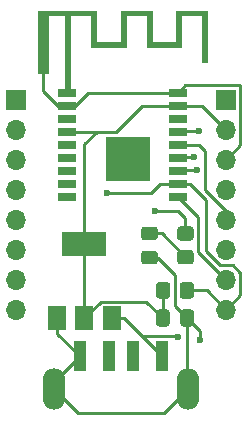
<source format=gbr>
%TF.GenerationSoftware,KiCad,Pcbnew,(5.1.10)-1*%
%TF.CreationDate,2021-07-31T00:05:09+08:00*%
%TF.ProjectId,ESP_Keychain,4553505f-4b65-4796-9368-61696e2e6b69,rev?*%
%TF.SameCoordinates,Original*%
%TF.FileFunction,Copper,L1,Top*%
%TF.FilePolarity,Positive*%
%FSLAX46Y46*%
G04 Gerber Fmt 4.6, Leading zero omitted, Abs format (unit mm)*
G04 Created by KiCad (PCBNEW (5.1.10)-1) date 2021-07-31 00:05:09*
%MOMM*%
%LPD*%
G01*
G04 APERTURE LIST*
%TA.AperFunction,EtchedComponent*%
%ADD10C,0.100000*%
%TD*%
%TA.AperFunction,SMDPad,CuDef*%
%ADD11R,1.500000X2.000000*%
%TD*%
%TA.AperFunction,SMDPad,CuDef*%
%ADD12R,3.800000X2.000000*%
%TD*%
%TA.AperFunction,SMDPad,CuDef*%
%ADD13R,3.700000X3.700000*%
%TD*%
%TA.AperFunction,SMDPad,CuDef*%
%ADD14R,1.590000X0.770000*%
%TD*%
%TA.AperFunction,ComponentPad*%
%ADD15O,1.700000X1.700000*%
%TD*%
%TA.AperFunction,ComponentPad*%
%ADD16R,1.700000X1.700000*%
%TD*%
%TA.AperFunction,ComponentPad*%
%ADD17O,1.900000X3.500000*%
%TD*%
%TA.AperFunction,SMDPad,CuDef*%
%ADD18R,1.100000X2.500000*%
%TD*%
%TA.AperFunction,ConnectorPad*%
%ADD19R,0.500000X0.500000*%
%TD*%
%TA.AperFunction,ComponentPad*%
%ADD20R,0.900000X0.500000*%
%TD*%
%TA.AperFunction,ViaPad*%
%ADD21C,0.600000*%
%TD*%
%TA.AperFunction,Conductor*%
%ADD22C,0.505000*%
%TD*%
%TA.AperFunction,Conductor*%
%ADD23C,0.250000*%
%TD*%
G04 APERTURE END LIST*
D10*
%TO.C,AE1*%
G36*
X108469600Y-58958000D02*
G01*
X110469600Y-58958000D01*
X110469600Y-56318000D01*
X113169600Y-56318000D01*
X113169600Y-58958000D01*
X115169600Y-58958000D01*
X115169600Y-56318000D01*
X117869600Y-56318000D01*
X117869600Y-60758000D01*
X117369600Y-60758000D01*
X117369600Y-56818000D01*
X115669600Y-56818000D01*
X115669600Y-59458000D01*
X112669600Y-59458000D01*
X112669600Y-56818000D01*
X110969600Y-56818000D01*
X110969600Y-59458000D01*
X107969600Y-59458000D01*
X107969600Y-56818000D01*
X106269600Y-56818000D01*
X106269600Y-61718000D01*
X105769600Y-61718000D01*
X105769600Y-56818000D01*
X104369600Y-56818000D01*
X104369600Y-61718000D01*
X103469600Y-61718000D01*
X103469600Y-61474785D01*
X103772017Y-61474785D01*
X103781858Y-61522395D01*
X103805926Y-61564797D01*
X103843869Y-61597581D01*
X103851781Y-61601935D01*
X103894444Y-61614043D01*
X103942963Y-61613300D01*
X103988478Y-61600400D01*
X104007089Y-61589787D01*
X104040732Y-61554553D01*
X104061291Y-61509368D01*
X104067822Y-61459842D01*
X104059382Y-61411583D01*
X104042488Y-61379357D01*
X104007228Y-61346687D01*
X103961918Y-61326592D01*
X103912333Y-61320018D01*
X103864247Y-61327908D01*
X103831355Y-61344814D01*
X103796415Y-61381584D01*
X103776753Y-61426378D01*
X103772017Y-61474785D01*
X103469600Y-61474785D01*
X103469600Y-56318000D01*
X108469600Y-56318000D01*
X108469600Y-58958000D01*
G37*
%TD*%
%TO.P,R4,2*%
%TO.N,Net-(D1-Pad2)*%
%TA.AperFunction,SMDPad,CuDef*%
G36*
G01*
X115500999Y-76600000D02*
X116401001Y-76600000D01*
G75*
G02*
X116651000Y-76849999I0J-249999D01*
G01*
X116651000Y-77550001D01*
G75*
G02*
X116401001Y-77800000I-249999J0D01*
G01*
X115500999Y-77800000D01*
G75*
G02*
X115251000Y-77550001I0J249999D01*
G01*
X115251000Y-76849999D01*
G75*
G02*
X115500999Y-76600000I249999J0D01*
G01*
G37*
%TD.AperFunction*%
%TO.P,R4,1*%
%TO.N,GPIO4*%
%TA.AperFunction,SMDPad,CuDef*%
G36*
G01*
X115500999Y-74600000D02*
X116401001Y-74600000D01*
G75*
G02*
X116651000Y-74849999I0J-249999D01*
G01*
X116651000Y-75550001D01*
G75*
G02*
X116401001Y-75800000I-249999J0D01*
G01*
X115500999Y-75800000D01*
G75*
G02*
X115251000Y-75550001I0J249999D01*
G01*
X115251000Y-74849999D01*
G75*
G02*
X115500999Y-74600000I249999J0D01*
G01*
G37*
%TD.AperFunction*%
%TD*%
%TO.P,D1,2*%
%TO.N,Net-(D1-Pad2)*%
%TA.AperFunction,SMDPad,CuDef*%
G36*
G01*
X113353001Y-75759000D02*
X112452999Y-75759000D01*
G75*
G02*
X112203000Y-75509001I0J249999D01*
G01*
X112203000Y-74858999D01*
G75*
G02*
X112452999Y-74609000I249999J0D01*
G01*
X113353001Y-74609000D01*
G75*
G02*
X113603000Y-74858999I0J-249999D01*
G01*
X113603000Y-75509001D01*
G75*
G02*
X113353001Y-75759000I-249999J0D01*
G01*
G37*
%TD.AperFunction*%
%TO.P,D1,1*%
%TO.N,GND*%
%TA.AperFunction,SMDPad,CuDef*%
G36*
G01*
X113353001Y-77809000D02*
X112452999Y-77809000D01*
G75*
G02*
X112203000Y-77559001I0J249999D01*
G01*
X112203000Y-76908999D01*
G75*
G02*
X112452999Y-76659000I249999J0D01*
G01*
X113353001Y-76659000D01*
G75*
G02*
X113603000Y-76908999I0J-249999D01*
G01*
X113603000Y-77559001D01*
G75*
G02*
X113353001Y-77809000I-249999J0D01*
G01*
G37*
%TD.AperFunction*%
%TD*%
D11*
%TO.P,U3,1*%
%TO.N,GND*%
X105091200Y-82347200D03*
%TO.P,U3,3*%
%TO.N,VBUS*%
X109691200Y-82347200D03*
%TO.P,U3,2*%
%TO.N,+3V3*%
X107391200Y-82347200D03*
D12*
X107391200Y-76047200D03*
%TD*%
D13*
%TO.P,U1,19*%
%TO.N,GND*%
X111091600Y-68915600D03*
D14*
%TO.P,U1,18*%
X115301600Y-63265600D03*
%TO.P,U1,17*%
%TO.N,+3V3*%
X115301600Y-64365600D03*
%TO.P,U1,16*%
%TO.N,RST*%
X115301600Y-65465600D03*
%TO.P,U1,15*%
%TO.N,TX*%
X115301600Y-66565600D03*
%TO.P,U1,14*%
%TO.N,RX*%
X115301600Y-67665600D03*
%TO.P,U1,13*%
%TO.N,GPIO5*%
X115301600Y-68765600D03*
%TO.P,U1,12*%
%TO.N,GPIO4*%
X115301600Y-69865600D03*
%TO.P,U1,11*%
%TO.N,GPIO0*%
X115301600Y-70965600D03*
%TO.P,U1,10*%
%TO.N,GPIO2*%
X115301600Y-72065600D03*
%TO.P,U1,9*%
%TO.N,GPIO15*%
X105881600Y-72065600D03*
%TO.P,U1,8*%
%TO.N,GPIO13*%
X105881600Y-70965600D03*
%TO.P,U1,7*%
%TO.N,GPIO12*%
X105881600Y-69865600D03*
%TO.P,U1,6*%
%TO.N,GPIO14*%
X105881600Y-68765600D03*
%TO.P,U1,5*%
%TO.N,GPIO16*%
X105881600Y-67665600D03*
%TO.P,U1,4*%
%TO.N,+3V3*%
X105881600Y-66565600D03*
%TO.P,U1,3*%
%TO.N,ADC*%
X105881600Y-65465600D03*
%TO.P,U1,2*%
%TO.N,GND*%
X105881600Y-64365600D03*
%TO.P,U1,1*%
%TO.N,Net-(AE1-Pad1)*%
X105881600Y-63265600D03*
%TD*%
%TO.P,R3,2*%
%TO.N,+3V3*%
%TA.AperFunction,SMDPad,CuDef*%
G36*
G01*
X114662000Y-79559999D02*
X114662000Y-80460001D01*
G75*
G02*
X114412001Y-80710000I-249999J0D01*
G01*
X113711999Y-80710000D01*
G75*
G02*
X113462000Y-80460001I0J249999D01*
G01*
X113462000Y-79559999D01*
G75*
G02*
X113711999Y-79310000I249999J0D01*
G01*
X114412001Y-79310000D01*
G75*
G02*
X114662000Y-79559999I0J-249999D01*
G01*
G37*
%TD.AperFunction*%
%TO.P,R3,1*%
%TO.N,GPIO0*%
%TA.AperFunction,SMDPad,CuDef*%
G36*
G01*
X116662000Y-79559999D02*
X116662000Y-80460001D01*
G75*
G02*
X116412001Y-80710000I-249999J0D01*
G01*
X115711999Y-80710000D01*
G75*
G02*
X115462000Y-80460001I0J249999D01*
G01*
X115462000Y-79559999D01*
G75*
G02*
X115711999Y-79310000I249999J0D01*
G01*
X116412001Y-79310000D01*
G75*
G02*
X116662000Y-79559999I0J-249999D01*
G01*
G37*
%TD.AperFunction*%
%TD*%
D15*
%TO.P,J3,8*%
%TO.N,GPIO0*%
X119380000Y-81635600D03*
%TO.P,J3,7*%
%TO.N,GPIO2*%
X119380000Y-79095600D03*
%TO.P,J3,6*%
%TO.N,GPIO5*%
X119380000Y-76555600D03*
%TO.P,J3,5*%
%TO.N,RX*%
X119380000Y-74015600D03*
%TO.P,J3,4*%
%TO.N,TX*%
X119380000Y-71475600D03*
%TO.P,J3,3*%
%TO.N,GND*%
X119380000Y-68935600D03*
%TO.P,J3,2*%
%TO.N,+3V3*%
X119380000Y-66395600D03*
D16*
%TO.P,J3,1*%
%TO.N,VBUS*%
X119380000Y-63855600D03*
%TD*%
D15*
%TO.P,J2,8*%
%TO.N,GPIO16*%
X101600000Y-81635600D03*
%TO.P,J2,7*%
%TO.N,GPIO15*%
X101600000Y-79095600D03*
%TO.P,J2,6*%
%TO.N,GPIO14*%
X101600000Y-76555600D03*
%TO.P,J2,5*%
%TO.N,GPIO13*%
X101600000Y-74015600D03*
%TO.P,J2,4*%
%TO.N,GPIO12*%
X101600000Y-71475600D03*
%TO.P,J2,3*%
%TO.N,GPIO4*%
X101600000Y-68935600D03*
%TO.P,J2,2*%
%TO.N,ADC*%
X101600000Y-66395600D03*
D16*
%TO.P,J2,1*%
%TO.N,RST*%
X101600000Y-63855600D03*
%TD*%
D17*
%TO.P,J1,5*%
%TO.N,GND*%
X104790000Y-88350000D03*
X116190000Y-88350000D03*
D18*
%TO.P,J1,4*%
X106990000Y-85600000D03*
%TO.P,J1,1*%
%TO.N,VBUS*%
X113990000Y-85600000D03*
%TO.P,J1,3*%
%TO.N,D+*%
X109490000Y-85600000D03*
%TO.P,J1,2*%
%TO.N,D-*%
X111490000Y-85600000D03*
%TD*%
%TO.P,C1,2*%
%TO.N,+3V3*%
%TA.AperFunction,SMDPad,CuDef*%
G36*
G01*
X114612000Y-81871800D02*
X114612000Y-82821800D01*
G75*
G02*
X114362000Y-83071800I-250000J0D01*
G01*
X113687000Y-83071800D01*
G75*
G02*
X113437000Y-82821800I0J250000D01*
G01*
X113437000Y-81871800D01*
G75*
G02*
X113687000Y-81621800I250000J0D01*
G01*
X114362000Y-81621800D01*
G75*
G02*
X114612000Y-81871800I0J-250000D01*
G01*
G37*
%TD.AperFunction*%
%TO.P,C1,1*%
%TO.N,GND*%
%TA.AperFunction,SMDPad,CuDef*%
G36*
G01*
X116687000Y-81871800D02*
X116687000Y-82821800D01*
G75*
G02*
X116437000Y-83071800I-250000J0D01*
G01*
X115762000Y-83071800D01*
G75*
G02*
X115512000Y-82821800I0J250000D01*
G01*
X115512000Y-81871800D01*
G75*
G02*
X115762000Y-81621800I250000J0D01*
G01*
X116437000Y-81621800D01*
G75*
G02*
X116687000Y-81871800I0J-250000D01*
G01*
G37*
%TD.AperFunction*%
%TD*%
D19*
%TO.P,AE1,1*%
%TO.N,Net-(AE1-Pad1)*%
X106019600Y-61468000D03*
D20*
%TO.P,AE1,2*%
%TO.N,N/C*%
X103919600Y-61468000D03*
%TD*%
D21*
%TO.N,GND*%
X117221000Y-84201000D03*
%TO.N,VBUS*%
X115316000Y-83947000D03*
%TO.N,GPIO0*%
X109347000Y-71755000D03*
%TO.N,TX*%
X117094000Y-66548000D03*
%TO.N,GPIO5*%
X116713000Y-68707000D03*
%TO.N,GPIO4*%
X113411000Y-73279000D03*
X116967000Y-69850000D03*
%TD*%
D22*
%TO.N,Net-(AE1-Pad1)*%
X106019600Y-61468000D02*
X106019600Y-63026000D01*
D23*
%TO.N,+3V3*%
X114062000Y-82309300D02*
X114024500Y-82346800D01*
X114062000Y-80010000D02*
X114062000Y-82309300D01*
X112649899Y-80972199D02*
X114024500Y-82346800D01*
X108766201Y-80972199D02*
X112649899Y-80972199D01*
X107391200Y-82347200D02*
X108766201Y-80972199D01*
X107391200Y-76047200D02*
X107391200Y-82347200D01*
X117350000Y-64365600D02*
X115301600Y-64365600D01*
X119380000Y-66395600D02*
X117350000Y-64365600D01*
X115301600Y-64365600D02*
X112291400Y-64365600D01*
X112291400Y-64365600D02*
X110091400Y-66565600D01*
X108475600Y-66565600D02*
X109202400Y-66565600D01*
X108475600Y-66565600D02*
X105881600Y-66565600D01*
X109237600Y-66565600D02*
X108440400Y-66565600D01*
X110091400Y-66565600D02*
X109237600Y-66565600D01*
X109237600Y-66565600D02*
X108475600Y-66565600D01*
X107391200Y-67614800D02*
X107391200Y-76047200D01*
X108440400Y-66565600D02*
X107391200Y-67614800D01*
%TO.N,GND*%
X116190000Y-88350000D02*
X114116000Y-90424000D01*
X106864000Y-90424000D02*
X104790000Y-88350000D01*
X114116000Y-90424000D02*
X106864000Y-90424000D01*
X104790000Y-87800000D02*
X106990000Y-85600000D01*
X104790000Y-88350000D02*
X104790000Y-87800000D01*
X105091200Y-83701200D02*
X106990000Y-85600000D01*
X105091200Y-82347200D02*
X105091200Y-83701200D01*
X116099500Y-88259500D02*
X116190000Y-88350000D01*
X116099500Y-82346800D02*
X116099500Y-88259500D01*
X103919600Y-63158602D02*
X103919600Y-61468000D01*
X105126598Y-64365600D02*
X103919600Y-63158602D01*
X105881600Y-64365600D02*
X105126598Y-64365600D01*
X106636602Y-64365600D02*
X105881600Y-64365600D01*
X107736602Y-63265600D02*
X106636602Y-64365600D01*
X115301600Y-63265600D02*
X107736602Y-63265600D01*
X120530001Y-62630599D02*
X115936601Y-62630599D01*
X120605001Y-62705599D02*
X120530001Y-62630599D01*
X115936601Y-62630599D02*
X115301600Y-63265600D01*
X120605001Y-67710599D02*
X120605001Y-62705599D01*
X119380000Y-68935600D02*
X120605001Y-67710599D01*
X115086990Y-81334290D02*
X116099500Y-82346800D01*
X115086990Y-78717990D02*
X115086990Y-81334290D01*
X113603000Y-77234000D02*
X115086990Y-78717990D01*
X112903000Y-77234000D02*
X113603000Y-77234000D01*
X117221000Y-83468300D02*
X116099500Y-82346800D01*
X117221000Y-84201000D02*
X117221000Y-83468300D01*
%TO.N,VBUS*%
X109691200Y-82347200D02*
X110737200Y-82347200D01*
X115218000Y-83849000D02*
X115316000Y-83947000D01*
X110737200Y-82347200D02*
X112239000Y-83849000D01*
X112239000Y-83849000D02*
X115218000Y-83849000D01*
X112239000Y-83849000D02*
X113990000Y-85600000D01*
%TO.N,GPIO0*%
X116062000Y-80010000D02*
X116078000Y-80010000D01*
X117754400Y-80010000D02*
X119380000Y-81635600D01*
X116062000Y-80010000D02*
X117754400Y-80010000D01*
X120605001Y-78507599D02*
X120605001Y-80410599D01*
X119968001Y-77870599D02*
X120605001Y-78507599D01*
X117729000Y-76708000D02*
X118891599Y-77870599D01*
X118891599Y-77870599D02*
X119968001Y-77870599D01*
X117729000Y-72348000D02*
X117729000Y-76708000D01*
X120605001Y-80410599D02*
X119380000Y-81635600D01*
X116346600Y-70965600D02*
X117115000Y-71734000D01*
X115301600Y-70965600D02*
X116346600Y-70965600D01*
X117115000Y-71734000D02*
X117729000Y-72348000D01*
X109347000Y-71755000D02*
X113030000Y-71755000D01*
X113819400Y-70965600D02*
X115301600Y-70965600D01*
X113030000Y-71755000D02*
X113819400Y-70965600D01*
%TO.N,TX*%
X115319200Y-66548000D02*
X115301600Y-66565600D01*
X117094000Y-66548000D02*
X115319200Y-66548000D01*
%TO.N,RX*%
X119380000Y-73288602D02*
X119380000Y-74015600D01*
X117642001Y-71550603D02*
X119380000Y-73288602D01*
X117642001Y-68239001D02*
X117642001Y-71550603D01*
X117068600Y-67665600D02*
X117642001Y-68239001D01*
X115301600Y-67665600D02*
X117068600Y-67665600D01*
%TO.N,GPIO5*%
X115360200Y-68707000D02*
X115301600Y-68765600D01*
X116713000Y-68707000D02*
X115360200Y-68707000D01*
%TO.N,GPIO4*%
X115951000Y-75200000D02*
X115951000Y-73914000D01*
X115316000Y-73279000D02*
X113411000Y-73279000D01*
X115951000Y-73914000D02*
X115316000Y-73279000D01*
X115317200Y-69850000D02*
X115301600Y-69865600D01*
X116967000Y-69850000D02*
X115317200Y-69850000D01*
%TO.N,GPIO2*%
X117026010Y-76741610D02*
X119380000Y-79095600D01*
X117026010Y-73790010D02*
X117026010Y-76741610D01*
X115301600Y-72065600D02*
X117026010Y-73790010D01*
%TO.N,Net-(D1-Pad2)*%
X113935000Y-75184000D02*
X115951000Y-77200000D01*
X112903000Y-75184000D02*
X113935000Y-75184000D01*
%TD*%
M02*

</source>
